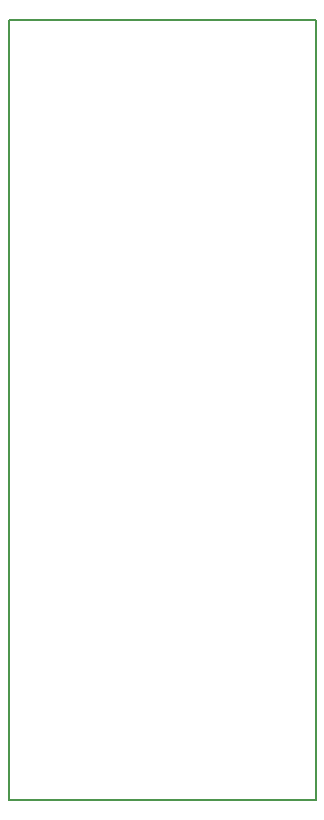
<source format=gbr>
G04 #@! TF.FileFunction,Profile,NP*
%FSLAX46Y46*%
G04 Gerber Fmt 4.6, Leading zero omitted, Abs format (unit mm)*
G04 Created by KiCad (PCBNEW 4.0.7) date 03/11/20 16:07:27*
%MOMM*%
%LPD*%
G01*
G04 APERTURE LIST*
%ADD10C,0.100000*%
%ADD11C,0.150000*%
G04 APERTURE END LIST*
D10*
D11*
X55298000Y-95276000D02*
X55298000Y-29276000D01*
X81298000Y-95276000D02*
X55298000Y-95276000D01*
X81298000Y-29276000D02*
X81298000Y-95276000D01*
X55298000Y-29276000D02*
X81298000Y-29276000D01*
M02*

</source>
